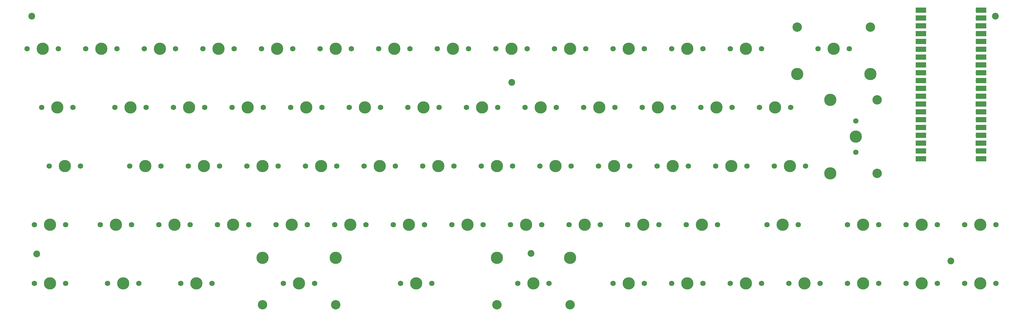
<source format=gbr>
G04 #@! TF.GenerationSoftware,KiCad,Pcbnew,(5.1.9)-1*
G04 #@! TF.CreationDate,2021-05-17T15:39:50+01:00*
G04 #@! TF.ProjectId,EnvKB65,456e764b-4236-4352-9e6b-696361645f70,rev?*
G04 #@! TF.SameCoordinates,Original*
G04 #@! TF.FileFunction,Soldermask,Top*
G04 #@! TF.FilePolarity,Negative*
%FSLAX46Y46*%
G04 Gerber Fmt 4.6, Leading zero omitted, Abs format (unit mm)*
G04 Created by KiCad (PCBNEW (5.1.9)-1) date 2021-05-17 15:39:50*
%MOMM*%
%LPD*%
G01*
G04 APERTURE LIST*
%ADD10C,2.200000*%
%ADD11R,3.500000X1.700000*%
%ADD12O,1.700000X1.700000*%
%ADD13R,1.700000X1.700000*%
%ADD14C,3.987800*%
%ADD15C,1.750000*%
%ADD16C,3.048000*%
G04 APERTURE END LIST*
D10*
X231250000Y-178000000D03*
X225000000Y-122500000D03*
X367750000Y-180500000D03*
X70600000Y-178200000D03*
X69000000Y-101000000D03*
X382200000Y-101000000D03*
D11*
X377570000Y-147280000D03*
X377570000Y-144740000D03*
X377570000Y-142200000D03*
X377570000Y-139660000D03*
X377570000Y-137120000D03*
X377570000Y-134580000D03*
X377570000Y-132040000D03*
X377570000Y-129500000D03*
X377570000Y-126960000D03*
X377570000Y-124420000D03*
X377570000Y-121880000D03*
X377570000Y-119340000D03*
X377570000Y-116800000D03*
X377570000Y-114260000D03*
X377570000Y-111720000D03*
X377570000Y-109180000D03*
X377570000Y-106640000D03*
X377570000Y-104100000D03*
X377570000Y-101560000D03*
X377570000Y-99020000D03*
X357990000Y-147280000D03*
X357990000Y-144740000D03*
X357990000Y-142200000D03*
X357990000Y-139660000D03*
X357990000Y-137120000D03*
X357990000Y-134580000D03*
X357990000Y-132040000D03*
X357990000Y-129500000D03*
X357990000Y-126960000D03*
X357990000Y-124420000D03*
X357990000Y-121880000D03*
X357990000Y-119340000D03*
X357990000Y-116800000D03*
X357990000Y-114260000D03*
X357990000Y-111720000D03*
X357990000Y-109180000D03*
X357990000Y-106640000D03*
X357990000Y-104100000D03*
X357990000Y-101560000D03*
X357990000Y-99020000D03*
D12*
X376670000Y-99020000D03*
X376670000Y-101560000D03*
D13*
X376670000Y-104100000D03*
D12*
X376670000Y-106640000D03*
X376670000Y-109180000D03*
X376670000Y-111720000D03*
X376670000Y-114260000D03*
D13*
X376670000Y-116800000D03*
D12*
X376670000Y-119340000D03*
X376670000Y-121880000D03*
X376670000Y-124420000D03*
X376670000Y-126960000D03*
D13*
X376670000Y-129500000D03*
D12*
X376670000Y-132040000D03*
X376670000Y-134580000D03*
X376670000Y-137120000D03*
X376670000Y-139660000D03*
D13*
X376670000Y-142200000D03*
D12*
X376670000Y-144740000D03*
X376670000Y-147280000D03*
X358890000Y-147280000D03*
X358890000Y-144740000D03*
D13*
X358890000Y-142200000D03*
D12*
X358890000Y-139660000D03*
X358890000Y-137120000D03*
X358890000Y-134580000D03*
X358890000Y-132040000D03*
D13*
X358890000Y-129500000D03*
D12*
X358890000Y-126960000D03*
X358890000Y-124420000D03*
X358890000Y-121880000D03*
X358890000Y-119340000D03*
D13*
X358890000Y-116800000D03*
D12*
X358890000Y-114260000D03*
X358890000Y-111720000D03*
X358890000Y-109180000D03*
X358890000Y-106640000D03*
D13*
X358890000Y-104100000D03*
D12*
X358890000Y-101560000D03*
X358890000Y-99020000D03*
D14*
X336834200Y-140084120D03*
D15*
X336834200Y-135004120D03*
X336834200Y-145164120D03*
D16*
X343819200Y-152022120D03*
X343819200Y-128146120D03*
D14*
X328579200Y-152022120D03*
X328579200Y-128146120D03*
D15*
X199032950Y-187709120D03*
X188872950Y-187709120D03*
D14*
X193952950Y-187709120D03*
X243959200Y-179454120D03*
X220146700Y-179454120D03*
D16*
X243959200Y-194694120D03*
X220146700Y-194694120D03*
D15*
X237132950Y-187709120D03*
X226972950Y-187709120D03*
D14*
X232052950Y-187709120D03*
D15*
X363339200Y-187709120D03*
X353179200Y-187709120D03*
D14*
X358259200Y-187709120D03*
D15*
X268089200Y-187709120D03*
X257929200Y-187709120D03*
D14*
X263009200Y-187709120D03*
D15*
X84764200Y-149609120D03*
X74604200Y-149609120D03*
D14*
X79684200Y-149609120D03*
X167759200Y-179454120D03*
X143946700Y-179454120D03*
D16*
X167759200Y-194694120D03*
X143946700Y-194694120D03*
D15*
X160932950Y-187709120D03*
X150772950Y-187709120D03*
D14*
X155852950Y-187709120D03*
D15*
X318114200Y-168659120D03*
X307954200Y-168659120D03*
D14*
X313034200Y-168659120D03*
D15*
X382389200Y-187709120D03*
X372229200Y-187709120D03*
D14*
X377309200Y-187709120D03*
D15*
X344289200Y-187709120D03*
X334129200Y-187709120D03*
D14*
X339209200Y-187709120D03*
D15*
X325239200Y-187709120D03*
X315079200Y-187709120D03*
D14*
X320159200Y-187709120D03*
D15*
X306189200Y-187709120D03*
X296029200Y-187709120D03*
D14*
X301109200Y-187709120D03*
D15*
X287139200Y-187709120D03*
X276979200Y-187709120D03*
D14*
X282059200Y-187709120D03*
D15*
X127595450Y-187709120D03*
X117435450Y-187709120D03*
D14*
X122515450Y-187709120D03*
D15*
X103782950Y-187709120D03*
X93622950Y-187709120D03*
D14*
X98702950Y-187709120D03*
D15*
X79970450Y-187709120D03*
X69810450Y-187709120D03*
D14*
X74890450Y-187709120D03*
D15*
X382389200Y-168659120D03*
X372229200Y-168659120D03*
D14*
X377309200Y-168659120D03*
D15*
X363339200Y-168659120D03*
X353179200Y-168659120D03*
D14*
X358259200Y-168659120D03*
D15*
X344289200Y-168659120D03*
X334129200Y-168659120D03*
D14*
X339209200Y-168659120D03*
D15*
X291901700Y-168659120D03*
X281741700Y-168659120D03*
D14*
X286821700Y-168659120D03*
D15*
X272851700Y-168659120D03*
X262691700Y-168659120D03*
D14*
X267771700Y-168659120D03*
D15*
X253801700Y-168659120D03*
X243641700Y-168659120D03*
D14*
X248721700Y-168659120D03*
D15*
X234751700Y-168659120D03*
X224591700Y-168659120D03*
D14*
X229671700Y-168659120D03*
D15*
X215701700Y-168659120D03*
X205541700Y-168659120D03*
D14*
X210621700Y-168659120D03*
D15*
X196651700Y-168659120D03*
X186491700Y-168659120D03*
D14*
X191571700Y-168659120D03*
D15*
X177601700Y-168659120D03*
X167441700Y-168659120D03*
D14*
X172521700Y-168659120D03*
D15*
X158551700Y-168659120D03*
X148391700Y-168659120D03*
D14*
X153471700Y-168659120D03*
D15*
X139501700Y-168659120D03*
X129341700Y-168659120D03*
D14*
X134421700Y-168659120D03*
D15*
X120451700Y-168659120D03*
X110291700Y-168659120D03*
D14*
X115371700Y-168659120D03*
D15*
X101401700Y-168659120D03*
X91241700Y-168659120D03*
D14*
X96321700Y-168659120D03*
D15*
X79970450Y-168659120D03*
X69810450Y-168659120D03*
D14*
X74890450Y-168659120D03*
D15*
X320476700Y-149609120D03*
X310316700Y-149609120D03*
D14*
X315396700Y-149609120D03*
D15*
X301426700Y-149609120D03*
X291266700Y-149609120D03*
D14*
X296346700Y-149609120D03*
D15*
X282376700Y-149609120D03*
X272216700Y-149609120D03*
D14*
X277296700Y-149609120D03*
D15*
X263326700Y-149609120D03*
X253166700Y-149609120D03*
D14*
X258246700Y-149609120D03*
D15*
X244276700Y-149609120D03*
X234116700Y-149609120D03*
D14*
X239196700Y-149609120D03*
D15*
X225226700Y-149609120D03*
X215066700Y-149609120D03*
D14*
X220146700Y-149609120D03*
D15*
X206176700Y-149609120D03*
X196016700Y-149609120D03*
D14*
X201096700Y-149609120D03*
D15*
X187126700Y-149609120D03*
X176966700Y-149609120D03*
D14*
X182046700Y-149609120D03*
D15*
X168076700Y-149609120D03*
X157916700Y-149609120D03*
D14*
X162996700Y-149609120D03*
D15*
X149026700Y-149609120D03*
X138866700Y-149609120D03*
D14*
X143946700Y-149609120D03*
D15*
X129976700Y-149609120D03*
X119816700Y-149609120D03*
D14*
X124896700Y-149609120D03*
D15*
X110926700Y-149609120D03*
X100766700Y-149609120D03*
D14*
X105846700Y-149609120D03*
D15*
X315714200Y-130559120D03*
X305554200Y-130559120D03*
D14*
X310634200Y-130559120D03*
D15*
X296664200Y-130559120D03*
X286504200Y-130559120D03*
D14*
X291584200Y-130559120D03*
D15*
X277614200Y-130559120D03*
X267454200Y-130559120D03*
D14*
X272534200Y-130559120D03*
D15*
X258564200Y-130559120D03*
X248404200Y-130559120D03*
D14*
X253484200Y-130559120D03*
D15*
X239514200Y-130559120D03*
X229354200Y-130559120D03*
D14*
X234434200Y-130559120D03*
D15*
X220464200Y-130559120D03*
X210304200Y-130559120D03*
D14*
X215384200Y-130559120D03*
D15*
X201414200Y-130559120D03*
X191254200Y-130559120D03*
D14*
X196334200Y-130559120D03*
D15*
X182364200Y-130559120D03*
X172204200Y-130559120D03*
D14*
X177284200Y-130559120D03*
D15*
X163314200Y-130559120D03*
X153154200Y-130559120D03*
D14*
X158234200Y-130559120D03*
D15*
X144264200Y-130559120D03*
X134104200Y-130559120D03*
D14*
X139184200Y-130559120D03*
D15*
X125214200Y-130559120D03*
X115054200Y-130559120D03*
D14*
X120134200Y-130559120D03*
D15*
X106164200Y-130559120D03*
X96004200Y-130559120D03*
D14*
X101084200Y-130559120D03*
D15*
X82351700Y-130559120D03*
X72191700Y-130559120D03*
D14*
X77271700Y-130559120D03*
X341590450Y-119764120D03*
X317777950Y-119764120D03*
D16*
X341590450Y-104524120D03*
X317777950Y-104524120D03*
D15*
X334764200Y-111509120D03*
X324604200Y-111509120D03*
D14*
X329684200Y-111509120D03*
D15*
X306189200Y-111509120D03*
X296029200Y-111509120D03*
D14*
X301109200Y-111509120D03*
D15*
X287139200Y-111509120D03*
X276979200Y-111509120D03*
D14*
X282059200Y-111509120D03*
D15*
X268089200Y-111509120D03*
X257929200Y-111509120D03*
D14*
X263009200Y-111509120D03*
D15*
X249039200Y-111509120D03*
X238879200Y-111509120D03*
D14*
X243959200Y-111509120D03*
D15*
X229989200Y-111509120D03*
X219829200Y-111509120D03*
D14*
X224909200Y-111509120D03*
D15*
X210939200Y-111509120D03*
X200779200Y-111509120D03*
D14*
X205859200Y-111509120D03*
D15*
X191889200Y-111509120D03*
X181729200Y-111509120D03*
D14*
X186809200Y-111509120D03*
D15*
X172839200Y-111509120D03*
X162679200Y-111509120D03*
D14*
X167759200Y-111509120D03*
D15*
X153789200Y-111509120D03*
X143629200Y-111509120D03*
D14*
X148709200Y-111509120D03*
D15*
X134739200Y-111509120D03*
X124579200Y-111509120D03*
D14*
X129659200Y-111509120D03*
D15*
X115689200Y-111509120D03*
X105529200Y-111509120D03*
D14*
X110609200Y-111509120D03*
D15*
X96639200Y-111509120D03*
X86479200Y-111509120D03*
D14*
X91559200Y-111509120D03*
D15*
X77589200Y-111509120D03*
X67429200Y-111509120D03*
D14*
X72509200Y-111509120D03*
M02*

</source>
